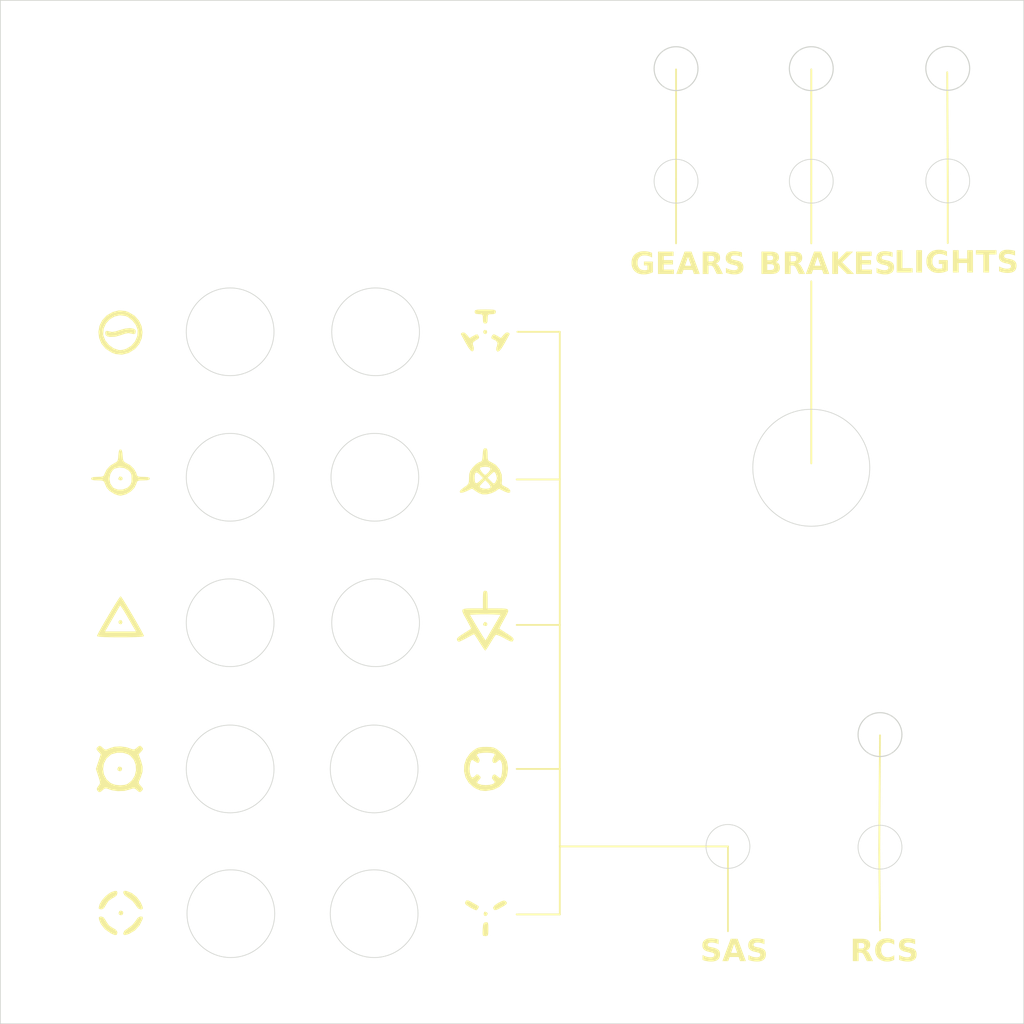
<source format=kicad_pcb>
(kicad_pcb (version 20221018) (generator pcbnew)
  (layers (0 "F.Cu" signal) (31 "B.Cu" signal) (34 "B.Paste" user) (35 "F.Paste" user) (36 "B.SilkS" user "B.Silkscreen") (37 "F.SilkS" user "F.Silkscreen") (38 "B.Mask" user) (39 "F.Mask" user) (44 "Edge.Cuts" user))
  (net 0 "")
  (footprint "pictures:radial" (layer "F.Cu") (at 90.231609 127.539947)
    (fp_text reference "G***" hide)
    (fp_text value "LOGO" hide)
    (fp_poly (pts (xy 0.268679 -0.207845) (xy 0.321519 0) (xy 0.207845 0.268679) (xy 0 0.321519) (xy -0.268678 0.207845) (xy -0.321519 0) (xy -0.207845 -0.268678) (xy 0 -0.321519)) (fill solid) (layer "F.SilkS"))
    (fp_poly (pts (xy -2.61866 -3.139666) (xy -2.35073 -2.912194) (xy -2.077463 -2.681814) (xy -1.857201 -2.63747) (xy -1.541373 -2.764922) (xy -1.426812 -2.823645) (xy -0.747185 -3.034781) (xy 0.075197 -3.085848) (xy 0.904031 -2.976464) (xy 1.352956 -2.831461) (xy 1.760403 -2.675146) (xy 2.008997 -2.662264) (xy 2.233342 -2.804887) (xy 2.361016 -2.921857) (xy 2.637042 -3.15192) (xy 2.818921 -3.166417) (xy 3.008499 -3.008499) (xy 3.174875 -2.800757) (xy 3.139086 -2.615073) (xy 2.927733 -2.36727) (xy 2.578006 -1.995002) (xy 2.908359 -1.125584) (xy 3.127042 -0.327564) (xy 3.114414 0.401111) (xy 2.863811 1.184557) (xy 2.773785 1.38141) (xy 2.616909 1.754343) (xy 2.626963 1.99471) (xy 2.823563 2.255734) (xy 2.895622 2.333089) (xy 3.139053 2.620614) (xy 3.170681 2.805146) (xy 3.010524 3.006474) (xy 3.008499 3.008499) (xy 2.801859 3.173975) (xy 2.616444 3.139324) (xy 2.361016 2.921858) (xy 2.092372 2.700901) (xy 1.857104 2.654009) (xy 1.509751 2.764334) (xy 1.398309 2.810343) (xy 0.633032 3.003731) (xy -0.249357 3.038622) (xy -1.086232 2.915014) (xy -1.398309 2.810343) (xy -1.792924 2.665868) (xy -2.037979 2.671978) (xy -2.274108 2.840832) (xy -2.327874 2.890722) (xy -2.632908 3.148237) (xy -2.827765 3.184445) (xy -3.022019 3.012737) (xy -3.050315 2.97901) (xy -3.149722 2.753727) (xy -3.034107 2.480614) (xy -2.933842 2.345569) (xy -2.76891 2.11731) (xy -2.703666 1.912399) (xy -2.738607 1.632138) (xy -2.87423 1.17783) (xy -2.940752 0.974155) (xy -3.259005 0.00348) (xy -2.2801 0.00348) (xy -2.162897 0.748124) (xy -1.813423 1.418207) (xy -1.238081 1.935623) (xy -0.651461 2.159237) (xy 0.050764 2.240708) (xy 0.721103 2.173366) (xy 1.081102 2.040485) (xy 1.674631 1.550534) (xy 2.056766 0.905065) (xy 2.226456 0.175619) (xy 2.182651 -0.566265) (xy 1.924303 -1.249044) (xy 1.450361 -1.801181) (xy 1.140409 -2.001689) (xy 0.442339 -2.21237) (xy -0.340476 -2.220322) (xy -1.059233 -2.029677) (xy -1.238081 -1.935622) (xy -1.817692 -1.412612) (xy -2.165032 -0.741505) (xy -2.2801 0.00348) (xy -3.259005 0.00348) (xy -3.260146 0) (xy -2.928929 -1.004747) (xy -2.597712 -2.009493) (xy -2.937586 -2.374515) (xy -3.159072 -2.64536) (xy -3.163253 -2.826757) (xy -3.008499 -3.008499) (xy -2.803627 -3.172526)) (fill solid) (layer "F.SilkS"))
  )
  (footprint "pictures:anti-radial" (layer "F.Cu") (at 140.331609 127.539947)
    (fp_text reference "G***" hide)
    (fp_text value "LOGO" hide)
    (fp_poly (pts (xy 0.622225 -2.999993) (xy 1.041901 -2.926438) (xy 1.396296 -2.758414) (xy 1.757405 -2.500313) (xy 2.455693 -1.821178) (xy 2.865543 -1.05782) (xy 3.01458 -0.156152) (xy 3.01625 -0.03584) (xy 2.879106 0.964065) (xy 2.485219 1.794564) (xy 1.860905 2.430067) (xy 1.032483 2.844983) (xy 0.026267 3.013725) (xy -0.122571 3.01625) (xy -0.75703 2.949232) (xy -1.348588 2.712919) (xy -1.644448 2.538008) (xy -2.34147 1.926184) (xy -2.795932 1.167796) (xy -3.006974 0.322162) (xy -2.991162 -0.093414) (xy -2.254944 -0.093414) (xy -2.219843 0.462317) (xy -2.099741 0.926656) (xy -1.920339 1.181145) (xy -1.730309 1.138395) (xy -1.503575 0.947471) (xy -1.274887 0.735807) (xy -1.092338 0.760103) (xy -0.92427 0.898673) (xy -0.733793 1.100972) (xy -0.750019 1.269932) (xy -0.963317 1.519638) (xy -1.181332 1.775733) (xy -1.183908 1.91828) (xy -1.005468 2.043602) (xy -0.598859 2.168828) (xy -0.046014 2.211933) (xy 0.513924 2.174838) (xy 0.941811 2.059461) (xy 1.015868 2.01571) (xy 1.207323 1.834748) (xy 1.135436 1.677446) (xy 1.04621 1.599397) (xy 0.812614 1.267726) (xy 0.895422 0.929131) (xy 0.983138 0.826611) (xy 1.176938 0.74226) (xy 1.434785 0.888112) (xy 1.538137 0.980695) (xy 1.813403 1.193911) (xy 1.983422 1.243548) (xy 1.988284 1.239631) (xy 2.106019 0.969868) (xy 2.188869 0.504369) (xy 2.226151 -0.036024) (xy 2.207177 -0.530471) (xy 2.164571 -0.754063) (xy 2.010631 -1.148029) (xy 1.846021 -1.248202) (xy 1.625432 -1.076395) (xy 1.5875 -1.031875) (xy 1.278221 -0.798559) (xy 1.022483 -0.82078) (xy 0.878009 -1.036605) (xy 0.902519 -1.384101) (xy 1.025508 -1.63488) (xy 1.189128 -1.918347) (xy 1.16445 -2.054386) (xy 1.024588 -2.123955) (xy 0.660407 -2.193747) (xy 0.13826 -2.218159) (xy -0.417337 -2.200287) (xy -0.881868 -2.143228) (xy -1.104938 -2.071011) (xy -1.24555 -1.927481) (xy -1.161317 -1.736339) (xy -1.061423 -1.62015) (xy -0.882535 -1.286956) (xy -0.886282 -1.054834) (xy -1.028079 -0.830805) (xy -1.242116 -0.846012) (xy -1.517471 -1.026827) (xy -1.805899 -1.216056) (xy -1.978922 -1.199399) (xy -2.103937 -0.936715) (xy -2.188266 -0.627295) (xy -2.254944 -0.093414) (xy -2.991162 -0.093414) (xy -2.973737 -0.551398) (xy -2.69536 -1.393565) (xy -2.170982 -2.14502) (xy -1.71812 -2.542128) (xy -1.311654 -2.805952) (xy -0.933943 -2.949496) (xy -0.457687 -3.007655) (xy 0.011477 -3.016251)) (fill solid) (layer "F.SilkS"))
  )
  (footprint "pictures:satbility" (layer "F.Cu") (at 90.331609 67.839947)
    (fp_text reference "G***" hide)
    (fp_text value "LOGO" hide)
    (fp_poly (pts (xy 1.760999 -0.539809) (xy 2.043598 -0.345612) (xy 2.089874 -0.180268) (xy 2.029161 0.140466) (xy 1.808499 0.227064) (xy 1.4575 0.140388) (xy 1.08362 0.076387) (xy 0.632539 0.154504) (xy 0.179139 0.314274) (xy -0.691028 0.573212) (xy -1.447401 0.600669) (xy -1.808544 0.532222) (xy -2.031091 0.336727) (xy -2.092064 0.019519) (xy -1.992964 -0.204083) (xy -1.788438 -0.224746) (xy -1.485696 -0.144974) (xy -1.147566 -0.083406) (xy -0.704863 -0.147747) (xy -0.093581 -0.341053) (xy 0.634128 -0.541821) (xy 1.271749 -0.606643)) (fill solid) (layer "F.SilkS"))
    (fp_poly (pts (xy 0.662844 -2.952169) (xy 1.088096 -2.805619) (xy 1.924367 -2.306668) (xy 2.524807 -1.643193) (xy 2.889415 -0.869207) (xy 3.018191 -0.038721) (xy 2.911137 0.794252) (xy 2.568251 1.575701) (xy 1.989533 2.251613) (xy 1.174985 2.767976) (xy 1.088096 2.805618) (xy 0.1947 3.030625) (xy -0.689273 2.941792) (xy -1.205696 2.750588) (xy -2.020553 2.222147) (xy -2.59397 1.536926) (xy -2.927095 0.749155) (xy -2.984759 0.236148) (xy -2.36548 0.236148) (xy -2.340541 0.407645) (xy -2.068842 1.092383) (xy -1.572061 1.699973) (xy -0.934359 2.156999) (xy -0.239902 2.390047) (xy -0.050655 2.4051) (xy 0.363179 2.352409) (xy 0.753143 2.240405) (xy 1.461406 1.821478) (xy 1.995214 1.205512) (xy 2.308658 0.469399) (xy 2.355827 -0.309966) (xy 2.339009 -0.415814) (xy 2.084208 -1.04963) (xy 1.615147 -1.650801) (xy 1.0296 -2.109178) (xy 0.704904 -2.256743) (xy -0.070584 -2.359551) (xy -0.814575 -2.190298) (xy -1.471565 -1.797541) (xy -1.986048 -1.229842) (xy -2.302522 -0.535759) (xy -2.36548 0.236148) (xy -2.984759 0.236148) (xy -3.021075 -0.086937) (xy -2.877058 -0.917119) (xy -2.496192 -1.687161) (xy -1.879624 -2.342833) (xy -1.088096 -2.805619) (xy -0.204246 -3.033583)) (fill solid) (layer "F.SilkS"))
  )
  (footprint "pictures:anti-target" (layer "F.Cu") (at 140.331609 147.839947)
    (fp_text reference "G***" hide)
    (fp_text value "LOGO" hide)
    (fp_poly (pts (xy 0.198973 -0.614676) (xy 0.24114 -0.482278) (xy 0.107498 -0.255288) (xy -0.04019 -0.191363) (xy -0.268059 -0.247285) (xy -0.321519 -0.482278) (xy -0.240155 -0.746127) (xy -0.04019 -0.773193)) (fill solid) (layer "F.SilkS"))
    (fp_poly (pts (xy 2.674854 -2.232107) (xy 2.853479 -2.033189) (xy 2.828923 -1.849457) (xy 2.569329 -1.629206) (xy 2.150005 -1.380199) (xy 1.655208 -1.113655) (xy 1.358348 -0.991754) (xy 1.182419 -0.992467) (xy 1.07173 -1.07173) (xy 0.968033 -1.328581) (xy 1.155195 -1.619119) (xy 1.644386 -1.959529) (xy 1.710297 -1.996908) (xy 2.196528 -2.238465) (xy 2.501929 -2.302888)) (fill solid) (layer "F.SilkS"))
    (fp_poly (pts (xy -2.382193 -2.298799) (xy -1.979388 -2.098688) (xy -1.824152 -2.01039) (xy -1.390763 -1.758805) (xy -1.089134 -1.581094) (xy -1.000962 -1.526698) (xy -0.997234 -1.360794) (xy -1.130309 -1.124929) (xy -1.306181 -0.972976) (xy -1.343465 -0.966078) (xy -1.580182 -1.044537) (xy -1.975526 -1.242359) (xy -2.210443 -1.377088) (xy -2.646543 -1.654612) (xy -2.844666 -1.851941) (xy -2.84992 -2.041315) (xy -2.746058 -2.234865) (xy -2.613631 -2.338318)) (fill solid) (layer "F.SilkS"))
    (fp_poly (pts (xy 0.267721 0.769009) (xy 0.312578 1.050226) (xy 0.321517 1.580684) (xy 0.321519 1.596414) (xy 0.313484 2.134673) (xy 0.268333 2.426605) (xy 0.154497 2.547355) (xy -0.059594 2.57207) (xy -0.088402 2.572152) (xy -0.317933 2.554117) (xy -0.434801 2.448653) (xy -0.46915 2.178721) (xy -0.451126 1.667285) (xy -0.450111 1.647785) (xy -0.408303 1.119092) (xy -0.330929 0.831667) (xy -0.184276 0.705262) (xy -0.04019 0.672047) (xy 0.159335 0.666469)) (fill solid) (layer "F.SilkS"))
  )
  (footprint "pictures:normal" (layer "F.Cu") (at 90.331609 106.639947)
    (fp_text reference "G***" hide)
    (fp_text value "LOGO" hide)
    (fp_poly (pts (xy 0.134806 0.560754) (xy 0.178904 0.596879) (xy 0.268911 0.850379) (xy 0.151657 1.074462) (xy 0 1.125316) (xy -0.20618 1.008213) (xy -0.249796 0.950549) (xy -0.268576 0.705379) (xy -0.098489 0.540892)) (fill solid) (layer "F.SilkS"))
    (fp_poly (pts (xy 0.127851 -2.60133) (xy 0.366798 -2.24118) (xy 0.702081 -1.70435) (xy 1.103258 -1.042731) (xy 1.53989 -0.308214) (xy 1.981535 0.447313) (xy 2.397753 1.171958) (xy 2.758104 1.813832) (xy 3.032146 2.321044) (xy 3.18944 2.641705) (xy 3.21519 2.721091) (xy 3.070013 2.788344) (xy 2.629713 2.838743) (xy 1.887134 2.872672) (xy 0.835122 2.890516) (xy 0 2.893671) (xy -1.203171 2.887313) (xy -2.105653 2.867459) (xy -2.728039 2.832941) (xy -3.090921 2.782592) (xy -3.214892 2.715241) (xy -3.21519 2.711232) (xy -3.137295 2.519037) (xy -2.924083 2.111565) (xy -2.912009 2.089873) (xy -2.103426 2.089873) (xy 0.006335 2.089873) (xy 2.116097 2.089873) (xy 1.802626 1.567405) (xy 1.539075 1.118847) (xy 1.213958 0.553259) (xy 1.03724 0.241139) (xy 0.721917 -0.30128) (xy 0.413135 -0.803401) (xy 0.271238 -1.019462) (xy -0.042849 -1.476266) (xy -0.676835 -0.376424) (xy -1.046549 0.264382) (xy -1.413628 0.899682) (xy -1.700368 1.394998) (xy -1.707124 1.406645) (xy -2.103426 2.089873) (xy -2.912009 2.089873) (xy -2.606258 1.540555) (xy -2.214526 0.857747) (xy -1.779593 0.114882) (xy -1.332164 -0.636301) (xy -0.902944 -1.344061) (xy -0.52264 -1.956659) (xy -0.221956 -2.422354) (xy -0.031598 -2.689406) (xy 0.015679 -2.732912)) (fill solid) (layer "F.SilkS"))
  )
  (footprint "pictures:retrograde" (layer "F.Cu") (at 140.231609 86.839947)
    (fp_text reference "G***" hide)
    (fp_text value "LOGO" hide)
    (fp_poly (pts (xy 0.188428 -3.134072) (xy 0.28171 -2.961144) (xy 0.31492 -2.581007) (xy 0.3175 -2.317405) (xy 0.33173 -1.813883) (xy 0.401501 -1.533096) (xy 0.567436 -1.38063) (xy 0.754062 -1.302744) (xy 1.439516 -0.901549) (xy 1.956519 -0.293802) (xy 2.256621 0.440052) (xy 2.291371 1.21957) (xy 2.28768 1.243614) (xy 2.24658 1.649932) (xy 2.335702 1.870346) (xy 2.614408 2.028444) (xy 2.677345 2.054884) (xy 3.169806 2.321448) (xy 3.423377 2.597673) (xy 3.405393 2.845208) (xy 3.377659 2.87709) (xy 3.138522 2.929222) (xy 2.702486 2.778557) (xy 2.552683 2.70522) (xy 1.89259 2.368466) (xy 1.402263 2.71761) (xy 0.923449 2.955161) (xy 0.3373 3.114279) (xy 0.178155 3.135428) (xy -0.367701 3.141379) (xy -0.809251 3.003159) (xy -1.182212 2.776237) (xy -1.808799 2.348371) (xy -2.502256 2.685279) (xy -3.064861 2.899589) (xy -3.406608 2.919111) (xy -3.50471 2.778619) (xy -3.336384 2.512885) (xy -2.878844 2.156684) (xy -2.8575 2.143125) (xy -2.808535 2.109531) (xy -0.751032 2.109531) (xy -0.635 2.224967) (xy -0.290218 2.342221) (xy 0.145377 2.373239) (xy 0.5333 2.319953) (xy 0.724577 2.205991) (xy 0.694339 1.991399) (xy 0.482064 1.683602) (xy 0.416446 1.614287) (xy 0 1.19784) (xy -0.436563 1.635694) (xy -0.703054 1.933834) (xy -0.751032 2.109531) (xy -2.808535 2.109531) (xy -2.486781 1.888779) (xy -2.298449 1.654457) (xy -2.230924 1.319571) (xy -2.2225 0.899708) (xy -2.219584 0.846722) (xy -1.4605 0.846722) (xy -1.423892 1.377919) (xy -1.299731 1.613801) (xy -1.066515 1.569607) (xy -0.775687 1.332069) (xy -0.316202 0.891854) (xy -0.35209 0.854395) (xy 0.316201 0.854395) (xy 0.750298 1.307495) (xy 1.038749 1.586293) (xy 1.209546 1.651292) (xy 1.353783 1.527925) (xy 1.385947 1.484955) (xy 1.554849 1.118257) (xy 1.5875 0.911721) (xy 1.513031 0.528297) (xy 1.41455 0.290967) (xy 1.290952 0.097715) (xy 1.157934 0.085694) (xy 0.925493 0.271914) (xy 0.7789 0.411101) (xy 0.316201 0.854395) (xy -0.35209 0.854395) (xy -0.744429 0.44488) (xy -1.090942 0.162134) (xy -1.319364 0.169523) (xy -1.438109 0.471767) (xy -1.4605 0.846722) (xy -2.219584 0.846722) (xy -2.192245 0.349935) (xy -2.061665 -0.052708) (xy -1.773503 -0.464499) (xy -0.721639 -0.464499) (xy -0.688396 -0.263167) (xy -0.504707 0.035503) (xy -0.257578 0.318087) (xy -0.034018 0.471158) (xy 0 0.47625) (xy 0.168679 0.371856) (xy 0.439849 0.117857) (xy 0.465209 0.091126) (xy 0.70956 -0.263179) (xy 0.661652 -0.498377) (xy 0.319445 -0.617652) (xy 0 -0.635) (xy -0.421723 -0.594693) (xy -0.693107 -0.494792) (xy -0.721639 -0.464499) (xy -1.773503 -0.464499) (xy -1.771037 -0.468023) (xy -1.663587 -0.595815) (xy -1.282831 -0.975865) (xy -0.918802 -1.235382) (xy -0.750775 -1.299078) (xy -0.547079 -1.364717) (xy -0.432006 -1.54073) (xy -0.372589 -1.906187) (xy -0.349266 -2.262188) (xy -0.307245 -2.784087) (xy -0.232039 -3.060914) (xy -0.095321 -3.165057) (xy 0.007922 -3.175001)) (fill solid) (layer "F.SilkS"))
  )
  (footprint "pictures:maneuver" (layer "F.Cu") (at 140.231609 67.739947)
    (fp_text reference "G***" hide)
    (fp_text value "LOGO" hide)
    (fp_poly (pts (xy 0.134806 -0.243043) (xy 0.178904 -0.206918) (xy 0.268911 0.046582) (xy 0.151657 0.270665) (xy 0 0.321519) (xy -0.20618 0.204416) (xy -0.249796 0.146752) (xy -0.268576 -0.098418) (xy -0.098489 -0.262905)) (fill solid) (layer "F.SilkS"))
    (fp_poly (pts (xy -2.805693 0.125961) (xy -2.489759 0.420894) (xy -2.144309 0.854131) (xy -1.628014 0.549148) (xy -1.274177 0.363891) (xy -1.080287 0.354315) (xy -0.96022 0.483792) (xy -0.834831 0.722907) (xy -0.87976 0.888151) (xy -1.142841 1.074782) (xy -1.303539 1.167469) (xy -1.63903 1.41432) (xy -1.708289 1.649064) (xy -1.682689 1.730127) (xy -1.55637 2.20242) (xy -1.600961 2.552326) (xy -1.768354 2.689865) (xy -1.981618 2.573471) (xy -2.292545 2.173407) (xy -2.652531 1.570532) (xy -2.954318 1.021116) (xy -3.192681 0.583669) (xy -3.327786 0.33142) (xy -3.342554 0.302103) (xy -3.257277 0.169579) (xy -3.112374 0.094016)) (fill solid) (layer "F.SilkS"))
    (fp_poly (pts (xy 3.322254 0.228319) (xy 3.342554 0.302103) (xy 3.247835 0.481197) (xy 3.037166 0.868198) (xy 2.750511 1.389828) (xy 2.652532 1.567297) (xy 2.244652 2.24371) (xy 1.927942 2.624594) (xy 1.691138 2.719183) (xy 1.522977 2.536713) (xy 1.509791 2.504334) (xy 1.511418 2.193134) (xy 1.606372 1.9314) (xy 1.68113 1.529413) (xy 1.455725 1.207171) (xy 1.110799 1.040329) (xy 0.848742 0.901315) (xy 0.852328 0.678467) (xy 0.96022 0.483792) (xy 1.09811 0.346659) (xy 1.305478 0.376355) (xy 1.628014 0.549148) (xy 2.144309 0.854131) (xy 2.48976 0.420894) (xy 2.831433 0.112448) (xy 3.112375 0.094016)) (fill solid) (layer "F.SilkS"))
    (fp_poly (pts (xy 0.687409 -3.049058) (xy 1.114552 -3.023875) (xy 1.342626 -2.965283) (xy 1.432824 -2.859682) (xy 1.446836 -2.732911) (xy 1.383896 -2.511313) (xy 1.138186 -2.421902) (xy 0.884178 -2.411392) (xy 0.523927 -2.391925) (xy 0.36383 -2.271726) (xy 0.322777 -1.958099) (xy 0.321519 -1.768354) (xy 0.294557 -1.347655) (xy 0.18558 -1.161723) (xy 0 -1.125316) (xy -0.210349 -1.179241) (xy -0.303315 -1.397194) (xy -0.321519 -1.768354) (xy -0.338553 -2.180069) (xy -0.443727 -2.363037) (xy -0.71815 -2.409954) (xy -0.884177 -2.411392) (xy -1.271973 -2.447358) (xy -1.428443 -2.587764) (xy -1.446835 -2.732911) (xy -1.42266 -2.885668) (xy -1.309337 -2.980589) (xy -1.045671 -3.031272) (xy -0.57047 -3.051316) (xy 0 -3.05443)) (fill solid) (layer "F.SilkS"))
  )
  (footprint "pictures:prograde" (layer "F.Cu") (at 90.331609 86.939947)
    (fp_text reference "G***" hide)
    (fp_text value "LOGO" hide)
    (fp_poly (pts (xy 0.226991 0.6963) (xy 0.290915 0.843988) (xy 0.234994 1.071858) (xy 0 1.125317) (xy -0.263849 1.043953) (xy -0.290915 0.843988) (xy -0.132398 0.604825) (xy 0 0.562659)) (fill solid) (layer "F.SilkS"))
    (fp_poly (pts (xy 0.156458 -3.037732) (xy 0.250134 -2.711848) (xy 0.289983 -2.283554) (xy 0.337826 -1.773212) (xy 0.437079 -1.486898) (xy 0.634046 -1.327161) (xy 0.772261 -1.268579) (xy 1.343534 -0.940282) (xy 1.833178 -0.462287) (xy 2.139619 0.060285) (xy 2.175216 0.183353) (xy 2.255761 0.448559) (xy 2.4061 0.585388) (xy 2.715607 0.636092) (xy 3.147584 0.643038) (xy 3.676448 0.665269) (xy 3.946684 0.743129) (xy 4.018988 0.884178) (xy 3.938652 1.030527) (xy 3.657289 1.105309) (xy 3.147584 1.125317) (xy 2.642261 1.137079) (xy 2.368944 1.200532) (xy 2.238258 1.35793) (xy 2.175216 1.585002) (xy 1.904339 2.149637) (xy 1.405097 2.653766) (xy 0.770552 3.02927) (xy 0.093767 3.208036) (xy -0.050655 3.2142) (xy -0.440658 3.139574) (xy -0.883819 2.961929) (xy -1.503054 2.570036) (xy -1.890828 2.129151) (xy -2.096289 1.668536) (xy -2.217666 1.355565) (xy -2.378772 1.194075) (xy -2.67644 1.134015) (xy -3.147277 1.125317) (xy -3.676246 1.1031) (xy -3.946585 1.025286) (xy -4.000528 0.920153) (xy -1.514384 0.920153) (xy -1.389656 1.556703) (xy -1.040459 2.069974) (xy -0.916484 2.169755) (xy -0.349966 2.388574) (xy 0.301231 2.378042) (xy 0.906645 2.147738) (xy 1.076162 2.023413) (xy 1.369433 1.708476) (xy 1.500598 1.344322) (xy 1.527216 0.884178) (xy 1.489585 0.363349) (xy 1.338686 0.015089) (xy 1.076162 -0.255058) (xy 0.496347 -0.562786) (xy -0.180413 -0.642073) (xy -0.813293 -0.477073) (xy -0.827975 -0.469338) (xy -1.105221 -0.208459) (xy -1.359425 0.20334) (xy -1.387982 0.267865) (xy -1.514384 0.920153) (xy -4.000528 0.920153) (xy -4.018987 0.884178) (xy -3.938293 0.737484) (xy -3.655879 0.662738) (xy -3.152237 0.643038) (xy -2.64257 0.627735) (xy -2.365744 0.558857) (xy -2.233652 0.401956) (xy -2.191173 0.26726) (xy -1.904283 -0.334147) (xy -1.412632 -0.877677) (xy -0.865634 -1.223804) (xy -0.554149 -1.380718) (xy -0.389619 -1.583652) (xy -0.315626 -1.937013) (xy -0.289778 -2.28945) (xy -0.231375 -2.820143) (xy -0.122823 -3.082706) (xy 0 -3.13481)) (fill solid) (layer "F.SilkS"))
  )
  (footprint "pictures:target" (layer "F.Cu") (at 90.231609 147.239947)
    (fp_text reference "G***" hide)
    (fp_text value "LOGO" hide)
    (fp_poly (pts (xy 0.429438 -0.207845) (xy 0.482279 0) (xy 0.368605 0.268678) (xy 0.16076 0.321519) (xy -0.107919 0.207845) (xy -0.160759 0) (xy -0.047085 -0.268679) (xy 0.16076 -0.321519)) (fill solid) (layer "F.SilkS"))
    (fp_poly (pts (xy 0.966029 -2.99787) (xy 1.682317 -2.705685) (xy 2.339839 -2.167317) (xy 2.863421 -1.457686) (xy 3.127314 -0.843988) (xy 3.158876 -0.570772) (xy 2.966958 -0.485588) (xy 2.864315 -0.482713) (xy 2.532314 -0.59923) (xy 2.228191 -0.979317) (xy 2.170253 -1.083001) (xy 1.74835 -1.621909) (xy 1.165507 -2.059168) (xy 0.668214 -2.40718) (xy 0.483794 -2.733435) (xy 0.482279 -2.765051) (xy 0.529784 -2.987467) (xy 0.73403 -3.034468)) (fill solid) (layer "F.SilkS"))
    (fp_poly (pts (xy 3.13072 0.532094) (xy 3.154677 0.743451) (xy 3.127314 0.843987) (xy 2.71007 1.709033) (xy 2.062499 2.407044) (xy 1.247489 2.877073) (xy 0.924367 2.978947) (xy 0.605988 3.022304) (xy 0.491788 2.896797) (xy 0.482279 2.762384) (xy 0.640884 2.435552) (xy 1.117976 2.085753) (xy 1.165507 2.059168) (xy 1.749726 1.620572) (xy 2.170253 1.083) (xy 2.475198 0.648629) (xy 2.797882 0.486596) (xy 2.864315 0.482713)) (fill solid) (layer "F.SilkS"))
    (fp_poly (pts (xy -2.227965 0.596278) (xy -1.961781 0.954441) (xy -1.879964 1.120504) (xy -1.471007 1.70708) (xy -0.959745 2.040724) (xy -0.515435 2.306549) (xy -0.336022 2.593133) (xy -0.325666 2.692721) (xy -0.391111 2.971835) (xy -0.620256 3.032806) (xy -1.04891 2.880069) (xy -1.205696 2.801621) (xy -2.02008 2.235731) (xy -2.575703 1.532746) (xy -2.67325 1.331429) (xy -2.85095 0.852602) (xy -2.858932 0.593389) (xy -2.687268 0.494404) (xy -2.531962 0.486426)) (fill solid) (layer "F.SilkS"))
    (fp_poly (pts (xy -0.402986 -3.007497) (xy -0.328449 -2.809252) (xy -0.325666 -2.692722) (xy -0.435518 -2.388725) (xy -0.793681 -2.122541) (xy -0.959745 -2.040724) (xy -1.54632 -1.631767) (xy -1.879964 -1.120505) (xy -2.145789 -0.676195) (xy -2.432374 -0.496782) (xy -2.531962 -0.486426) (xy -2.814127 -0.545599) (xy -2.893671 -0.648202) (xy -2.762409 -1.175724) (xy -2.417147 -1.759162) (xy -1.930672 -2.309076) (xy -1.375767 -2.736025) (xy -1.074661 -2.883444) (xy -0.629147 -3.026479)) (fill solid) (layer "F.SilkS"))
  )
  (footprint "pictures:anti-normal" (layer "F.Cu") (at 140.231609 107.339947)
    (fp_text reference "G***" hide)
    (fp_text value "LOGO" hide)
    (fp_poly (pts (xy 0.226991 0.214021) (xy 0.290915 0.361709) (xy 0.234994 0.589579) (xy 0 0.643038) (xy -0.263849 0.561674) (xy -0.290915 0.361709) (xy -0.132398 0.122546) (xy 0 0.08038)) (fill solid) (layer "F.SilkS"))
    (fp_poly (pts (xy 0.164389 -4.15127) (xy 0.260842 -4.02142) (xy 0.307129 -3.723567) (xy 0.321015 -3.191084) (xy 0.321519 -2.974051) (xy 0.321519 -1.768355) (xy 1.487026 -1.766159) (xy 2.306006 -1.760212) (xy 2.834552 -1.719109) (xy 3.103706 -1.602452) (xy 3.144509 -1.369841) (xy 2.988004 -0.980878) (xy 2.665232 -0.395165) (xy 2.612269 -0.301742) (xy 2.301491 0.262047) (xy 2.071488 0.708917) (xy 1.954456 0.974741) (xy 1.948672 1.019964) (xy 2.104495 1.121058) (xy 2.458997 1.347685) (xy 2.939287 1.653265) (xy 3.000881 1.692373) (xy 3.513876 2.033011) (xy 3.791735 2.268944) (xy 3.880554 2.451291) (xy 3.834397 2.616681) (xy 3.7332 2.756518) (xy 3.585393 2.789495) (xy 3.322826 2.699776) (xy 2.877346 2.471527) (xy 2.631331 2.337153) (xy 2.109113 2.069869) (xy 1.693398 1.893544) (xy 1.464066 1.84142) (xy 1.451224 1.846022) (xy 1.309648 2.016955) (xy 1.059898 2.391648) (xy 0.752241 2.894095) (xy 0.705134 2.974195) (xy 0.401738 3.474356) (xy 0.157151 3.843585) (xy 0.017157 4.013474) (xy 0.006788 4.017611) (xy -0.111781 3.889858) (xy -0.35083 3.551132) (xy -0.665451 3.066178) (xy -0.773762 2.892294) (xy -1.100102 2.37515) (xy -1.361078 1.983617) (xy -1.513216 1.782153) (xy -1.531836 1.768354) (xy -1.693762 1.840159) (xy -2.061604 2.029725) (xy -2.560439 2.298281) (xy -2.636526 2.34001) (xy -3.173116 2.627484) (xy -3.499621 2.770008) (xy -3.68441 2.783375) (xy -3.795851 2.683374) (xy -3.834396 2.616681) (xy -3.879429 2.438383) (xy -3.778076 2.253798) (xy -3.48424 2.011808) (xy -3.00088 1.692373) (xy -2.510553 1.380548) (xy -2.13741 1.142177) (xy -1.954342 1.023841) (xy -1.948671 1.019964) (xy -1.995533 0.871432) (xy -2.17182 0.509081) (xy -2.445338 -0.002964) (xy -2.612268 -0.301742) (xy -2.936673 -0.884177) (xy -2.087197 -0.884177) (xy -1.425998 0.241139) (xy -1.0506 0.873009) (xy -0.679365 1.486298) (xy -0.387332 1.957156) (xy -0.366378 1.990067) (xy 0.032043 2.613678) (xy 1.053366 0.86475) (xy 2.07469 -0.884177) (xy 1.037345 -0.931712) (xy 0.263462 -0.950232) (xy -0.587123 -0.945837) (xy -1.043598 -0.931712) (xy -2.087197 -0.884177) (xy -2.936673 -0.884177) (xy -2.95452 -0.91622) (xy -3.134572 -1.328656) (xy -3.121381 -1.579448) (xy -2.883906 -1.708995) (xy -2.391104 -1.757696) (xy -1.611935 -1.765949) (xy -1.487025 -1.766159) (xy -0.321519 -1.768355) (xy -0.321519 -2.974051) (xy -0.313925 -3.590508) (xy -0.279298 -3.952209) (xy -0.199871 -4.125782) (xy -0.057875 -4.177856) (xy 0 -4.179747)) (fill solid) (layer "F.SilkS"))
  )
  (gr_line (start 184.831609 47.539947) (end 184.831609 55.639947) (stroke (width 0.25)) (layer "F.SilkS"))
  (gr_line (start 194.131609 138.539947) (end 194.231609 122.939947) (stroke (width 0.25)) (layer "F.SilkS"))
  (gr_line (start 150.431609 127.539947) (end 144.531609 127.539947) (stroke (width 0.25)) (layer "F.SilkS"))
  (gr_line (start 203.5 47.139947) (end 203.5 55.6) (stroke (width 0.25)) (layer "F.SilkS"))
  (gr_line (start 194.131609 138.539947) (end 194.231609 149.639947) (stroke (width 0.25)) (layer "F.SilkS"))
  (gr_line (start 166.331609 46.839947) (end 166.331609 55.639947) (stroke (width 0.25)) (layer "F.SilkS"))
  (gr_line (start 150.431609 147.439947) (end 150.431609 67.739947) (stroke (width 0.25)) (layer "F.SilkS"))
  (gr_line (start 166.331609 46.839947) (end 166.331609 31.839947) (stroke (width 0.25)) (layer "F.SilkS"))
  (gr_line (start 150.431609 107.839947) (end 144.531609 107.839947) (stroke (width 0.25)) (layer "F.SilkS"))
  (gr_line (start 173.431609 138.139947) (end 150.431609 138.139947) (stroke (width 0.25)) (layer "F.SilkS"))
  (gr_line (start 184.831609 47.539947) (end 184.831609 31.839947) (stroke (width 0.25)) (layer "F.SilkS"))
  (gr_line (start 173.431609 138.139947) (end 173.431609 149.739947) (stroke (width 0.25)) (layer "F.SilkS"))
  (gr_line (start 150.431609 87.939947) (end 144.531609 87.939947) (stroke (width 0.25)) (layer "F.SilkS"))
  (gr_line (start 203.5 47.139947) (end 203.431609 32.239947) (stroke (width 0.25)) (layer "F.SilkS"))
  (gr_line (start 150.431609 67.739947) (end 144.631609 67.739947) (stroke (width 0.25)) (layer "F.SilkS"))
  (gr_line (start 144.531609 147.439947) (end 150.431609 147.439947) (stroke (width 0.25)) (layer "F.SilkS"))
  (gr_line (start 184.831609 85.739947) (end 184.831609 60.839947) (stroke (width 0.25)) (layer "F.SilkS"))
  (gr_circle (center 166.331609 31.739947) (end 163.331609 31.739947) (stroke (width 0.15)) (fill none) (layer "Edge.Cuts"))
  (gr_circle (center 184.831609 86.339947) (end 192.831609 86.339947) (stroke (width 0.1)) (fill none) (layer "Edge.Cuts"))
  (gr_circle (center 125.231609 67.739947) (end 131.231609 67.739947) (stroke (width 0.1)) (fill none) (layer "Edge.Cuts"))
  (gr_circle (center 125.031609 147.339947) (end 131.031609 147.339947) (stroke (width 0.1)) (fill none) (layer "Edge.Cuts"))
  (gr_circle (center 105.331609 87.639947) (end 111.331609 87.639947) (stroke (width 0.1)) (fill none) (layer "Edge.Cuts"))
  (gr_circle (center 173.431609 138.139947) (end 176.431609 138.139947) (stroke (width 0.1)) (fill none) (layer "Edge.Cuts"))
  (gr_circle (center 203.5 47.1) (end 206.5 47.1) (stroke (width 0.1)) (fill none) (layer "Edge.Cuts"))
  (gr_circle (center 125.131609 87.639947) (end 131.131609 87.639947) (stroke (width 0.1)) (fill none) (layer "Edge.Cuts"))
  (gr_circle (center 184.831609 47.139947) (end 187.831609 47.139947) (stroke (width 0.1)) (fill none) (layer "Edge.Cuts"))
  (gr_circle (center 105.331609 67.739947) (end 111.331609 67.739947) (stroke (width 0.1)) (fill none) (layer "Edge.Cuts"))
  (gr_circle (center 203.5 31.7) (end 200.5 31.7) (stroke (width 0.15)) (fill none) (layer "Edge.Cuts"))
  (gr_rect (start 73.9 22.4) (end 213.9 162.4) (stroke (width 0.1)) (fill none) (layer "Edge.Cuts"))
  (gr_circle (center 105.331609 127.539947) (end 111.331609 127.539947) (stroke (width 0.1)) (fill none) (layer "Edge.Cuts"))
  (gr_circle (center 194.231609 122.839947) (end 191.231609 122.839947) (stroke (width 0.15)) (fill none) (layer "Edge.Cuts"))
  (gr_circle (center 125.031609 127.539947) (end 131.031609 127.539947) (stroke (width 0.1)) (fill none) (layer "Edge.Cuts"))
  (gr_circle (center 194.231609 138.239947) (end 197.231609 138.239947) (stroke (width 0.1)) (fill none) (layer "Edge.Cuts"))
  (gr_circle (center 166.331609 47.139947) (end 169.331609 47.139947) (stroke (width 0.1)) (fill none) (layer "Edge.Cuts"))
  (gr_circle (center 105.431609 147.339947) (end 111.431609 147.339947) (stroke (width 0.1)) (fill none) (layer "Edge.Cuts"))
  (gr_circle (center 105.331609 107.539947) (end 111.331609 107.539947) (stroke (width 0.1)) (fill none) (layer "Edge.Cuts"))
  (gr_circle (center 125.231609 107.539947) (end 131.231609 107.539947) (stroke (width 0.1)) (fill none) (layer "Edge.Cuts"))
  (gr_circle (center 184.831609 31.739947) (end 181.831609 31.739947) (stroke (width 0.15)) (fill none) (layer "Edge.Cuts"))
  (gr_text "BRAKES" (at 177.631609 60.339947) (layer "F.SilkS") (effects (font (size 3 3) (thickness 0.4) bold) (justify left bottom)))
  (gr_text "SAS" (at 169.631609 154.339947) (layer "F.SilkS") (effects (font (size 3 3) (thickness 0.4) bold) (justify left bottom)))
  (gr_text "GEARS" (at 160.031609 60.339947) (layer "F.SilkS") (effects (font (size 3 3) (thickness 0.4) bold) (justify left bottom)))
  (gr_text "LIGHTS" (at 196.131609 60.139947) (layer "F.SilkS") (effects (font (size 3 3) (thickness 0.4) bold) (justify left bottom)))
  (gr_text "RCS" (at 190.131609 154.339947) (layer "F.SilkS") (effects (font (size 3 3) (thickness 0.4) bold) (justify left bottom)))
)
</source>
